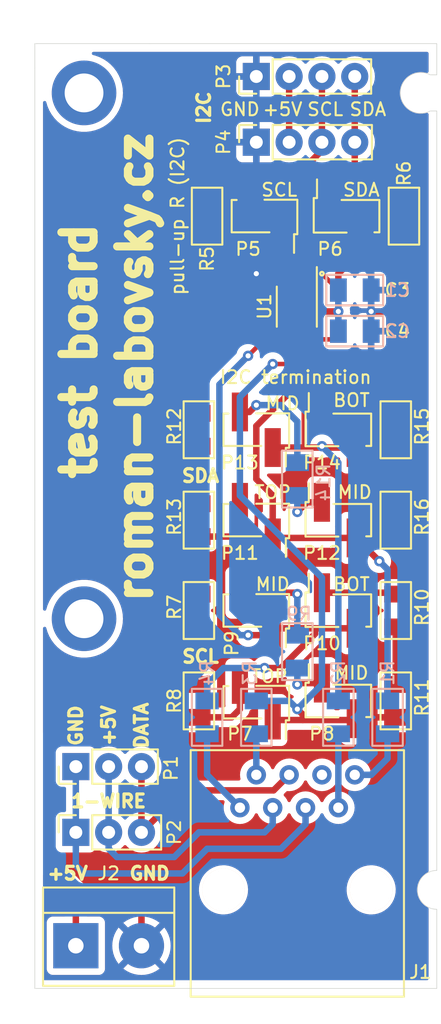
<source format=kicad_pcb>
(kicad_pcb (version 20221018) (generator pcbnew)
  (title_block (title "Testing board") (date "2023-07-27") (rev "v1.0") (company "Roman Labovsky (roman-labovsky.cz)"))
  (layers (0 "F.Cu" signal) (31 "B.Cu" signal) (34 "B.Paste" user) (35 "F.Paste" user) (36 "B.SilkS" user "B.Silkscreen") (37 "F.SilkS" user "F.Silkscreen") (38 "B.Mask" user) (39 "F.Mask" user) (44 "Edge.Cuts" user))
  (net 0 "")
  (net 1 "GND")
  (net 2 "+5V")
  (net 3 "/1WIRE_5V")
  (net 4 "/DSDA_P_CON")
  (net 5 "/DSDA_N_CON")
  (net 6 "/DSCL_P_CON")
  (net 7 "/1WIRE_GND")
  (net 8 "/1WIRE_DATA")
  (net 10 "/DSCL_N_CON")
  (net 11 "/SDA")
  (net 12 "/SCL")
  (net 13 "Net-(P5-Pad2)")
  (net 14 "Net-(P6-Pad2)")
  (net 15 "Net-(P7-Pad2)")
  (net 16 "/DSCL_P")
  (net 17 "Net-(P8-Pad1)")
  (net 18 "Net-(P9-Pad2)")
  (net 19 "/DSCL_N")
  (net 20 "Net-(P10-Pad1)")
  (net 21 "Net-(P11-Pad2)")
  (net 22 "Net-(P12-Pad1)")
  (net 23 "Net-(P13-Pad2)")
  (net 24 "Net-(P14-Pad1)")
  (net 25 "/DSDA_P")
  (net 26 "/DSDA_N")
  (net 27 "Net-(R7-Pad2)")
  (net 28 "Net-(R10-Pad2)")
  (net 29 "Net-(R12-Pad2)")
  (net 30 "Net-(R15-Pad2)")
  (footprint "capacitor_smd_rl:c_1206" (layer "F.Cu") (at 139.7 80.645)
    (fp_text reference "C3" (at 3.302 0) (layer "F.SilkS") (effects (font (thickness 0.16))))
    (fp_text value "1uF")
    (pad "1" smd trapezoid (at -1.27 0) (size 1.3 1.8) (layers "F.Cu" "F.Paste" "F.Mask") (net 2 "+5V"))
    (pad "2" smd trapezoid (at 1.27 0) (size 1.3 1.8) (layers "F.Cu" "F.Paste" "F.Mask") (net 1 "GND"))
  )
  (footprint "capacitor_smd_rl:c_1206" (layer "F.Cu") (at 139.7 83.82)
    (fp_text reference "C4" (at 3.302 0) (layer "F.SilkS") (effects (font (thickness 0.16))))
    (fp_text value "100nF")
    (pad "1" smd trapezoid (at -1.27 0) (size 1.3 1.8) (layers "F.Cu" "F.Paste" "F.Mask") (net 2 "+5V"))
    (pad "2" smd trapezoid (at 1.27 0) (size 1.3 1.8) (layers "F.Cu" "F.Paste" "F.Mask") (net 1 "GND"))
  )
  (footprint "connector_rl:rj45_54601-908WPLF" (layer "F.Cu") (at 135.255 127)
    (fp_text reference "J1" (at 9.525 6.35) (layer "F.SilkS") (effects (font (thickness 0.16))))
    (fp_text value "54601-908WPLF")
    (pad "" np_thru_hole circle (at -5.716 0) (size 3.3 3.3) (drill 3.3) (layers "*.Cu" "*.SilkS" "*.Mask"))
    (pad "" np_thru_hole circle (at 5.716 0) (size 3.3 3.3) (drill 3.3) (layers "*.Cu" "*.SilkS" "*.Mask"))
    (pad "1" thru_hole circle (at -4.444 -6.35) (size 1.5 1.5) (drill 0.8) (layers "*.Cu" "*.Mask") (net 10 "/DSCL_N_CON"))
    (pad "2" thru_hole circle (at -3.174 -8.89) (size 1.5 1.5) (drill 0.8) (layers "*.Cu" "*.Mask") (net 6 "/DSCL_P_CON"))
    (pad "3" thru_hole circle (at -1.904 -6.35) (size 1.5 1.5) (drill 0.8) (layers "*.Cu" "*.Mask") (net 3 "/1WIRE_5V"))
    (pad "4" thru_hole circle (at -0.634 -8.89) (size 1.5 1.5) (drill 0.8) (layers "*.Cu" "*.Mask") (net 8 "/1WIRE_DATA"))
    (pad "5" thru_hole circle (at 0.636 -6.35) (size 1.5 1.5) (drill 0.8) (layers "*.Cu" "*.Mask") (net 7 "/1WIRE_GND"))
    (pad "6" thru_hole circle (at 1.906 -8.89 180) (size 1.5 1.5) (drill 0.8) (layers "*.Cu" "*.Mask"))
    (pad "7" thru_hole circle (at 3.176 -6.35) (size 1.5 1.5) (drill 0.8) (layers "*.Cu" "*.Mask") (net 5 "/DSDA_N_CON"))
    (pad "8" thru_hole circle (at 4.446 -8.89) (size 1.5 1.5) (drill 0.8) (layers "*.Cu" "*.Mask") (net 4 "/DSDA_P_CON"))
  )
  (footprint "terminal_block_tht_rl:EBBA-02-C-SS-BU" (layer "F.Cu") (at 120.65 131.318)
    (fp_text reference "J2" (at 0 -5.588 180) (layer "F.SilkS") (effects (font (thickness 0.16))))
    (fp_text value "1x2_screw_term_block")
    (pad "1" thru_hole rect (at -2.54 0 180) (size 3.5 3.5) (drill 1.2) (layers "*.Cu" "*.Mask") (net 2 "+5V"))
    (pad "2" thru_hole circle (at 2.54 0 180) (size 3.5 3.5) (drill 1.2) (layers "*.Cu" "*.Mask") (net 1 "GND"))
  )
  (footprint "connector_tht_pinheader_2.54mm_rl:1x3_pinheader_2.54mm_vertical" (layer "F.Cu") (at 118.11 117.475 90)
    (fp_text reference "P1" (at -0.127 7.366 90) (layer "F.SilkS") (effects (font (thickness 0.16))))
    (fp_text value "1x3_pin_header")
    (pad "1" thru_hole rect (at 0 0 90) (size 2.1 2.1) (drill 1) (layers "*.Cu" "*.Mask") (net 7 "/1WIRE_GND"))
    (pad "2" thru_hole oval (at 0 2.54 90) (size 2.1 2.1) (drill 1) (layers "*.Cu" "*.Mask") (net 3 "/1WIRE_5V"))
    (pad "3" thru_hole oval (at 0 5.08 90) (size 2.1 2.1) (drill 1) (layers "*.Cu" "*.Mask") (net 8 "/1WIRE_DATA"))
  )
  (footprint "connector_tht_pinsocket_2.54mm_rl:1x3_pinsocket_2.54mm_vertical_8.4mm" (layer "F.Cu") (at 118.11 122.555 90)
    (fp_text reference "P2" (at 0 7.62 90) (layer "F.SilkS"))
    (fp_text value "1x3_pin_socket")
    (pad "1" thru_hole rect (at 0 0 90) (size 2.1 2.1) (drill 1) (layers "*.Cu" "*.Mask") (net 7 "/1WIRE_GND"))
    (pad "2" thru_hole oval (at 0 2.54 90) (size 2.1 2.1) (drill 1) (layers "*.Cu" "*.Mask") (net 3 "/1WIRE_5V"))
    (pad "3" thru_hole oval (at 0 5.08 90) (size 2.1 2.1) (drill 1) (layers "*.Cu" "*.Mask") (net 8 "/1WIRE_DATA"))
  )
  (footprint "connector_tht_pinheader_2.54mm_rl:1x4_pinheader_2.54mm_vertical" (layer "F.Cu") (at 132.08 64.135 90)
    (fp_text reference "P3" (at 0 -2.54 90) (layer "F.SilkS") (effects (font (thickness 0.16))))
    (fp_text value "1x4_pin_header")
    (pad "1" thru_hole rect (at 0 0 90) (size 2.1 2.1) (drill 1) (layers "*.Cu" "*.Mask") (net 1 "GND"))
    (pad "2" thru_hole oval (at 0 2.54 90) (size 2.1 2.1) (drill 1) (layers "*.Cu" "*.Mask") (net 2 "+5V"))
    (pad "3" thru_hole oval (at 0 5.08 90) (size 2.1 2.1) (drill 1) (layers "*.Cu" "*.Mask") (net 12 "/SCL"))
    (pad "4" thru_hole oval (at 0 7.62 90) (size 2.1 2.1) (drill 1) (layers "*.Cu" "*.Mask") (net 11 "/SDA"))
  )
  (footprint "connector_tht_pinsocket_2.54mm_rl:1x4_pinsocket_2.54mm_vertical_8.4mm" (layer "F.Cu") (at 132.08 69.215 90)
    (fp_text reference "P4" (at 0 -2.54 90) (layer "F.SilkS"))
    (fp_text value "1x4_pin_socket")
    (pad "1" thru_hole rect (at 0 0 90) (size 2.1 2.1) (drill 1) (layers "*.Cu" "*.Mask") (net 1 "GND"))
    (pad "2" thru_hole oval (at 0 2.54 90) (size 2.1 2.1) (drill 1) (layers "*.Cu" "*.Mask") (net 2 "+5V"))
    (pad "3" thru_hole oval (at 0 5.08 90) (size 2.1 2.1) (drill 1) (layers "*.Cu" "*.Mask") (net 12 "/SCL"))
    (pad "4" thru_hole oval (at 0 7.62 90) (size 2.1 2.1) (drill 1) (layers "*.Cu" "*.Mask") (net 11 "/SDA"))
  )
  (footprint "connector_smd_pinheader_2.54mm_rl:1x2_pinheader_2.54mm_vertical" (layer "F.Cu") (at 132.715 74.93 180)
    (fp_text reference "P5" (at 1.27 -2.54) (layer "F.SilkS") (effects (font (thickness 0.16))))
    (fp_text value "1x2_pin_header")
    (pad "1" smd rect (at -1.27 -1.375) (size 1.25 3) (layers "F.Cu" "F.Paste" "F.Mask") (net 12 "/SCL"))
    (pad "2" smd rect (at 1.27 1.375) (size 1.25 3) (layers "F.Cu" "F.Paste" "F.Mask") (net 13 "Net-(P5-Pad2)"))
  )
  (footprint "connector_smd_pinheader_2.54mm_rl:1x2_pinheader_2.54mm_vertical" (layer "F.Cu") (at 139.065 74.93)
    (fp_text reference "P6" (at -1.27 2.54) (layer "F.SilkS") (effects (font (thickness 0.16))))
    (fp_text value "1x2_pin_header")
    (pad "1" smd rect (at -1.27 -1.375 180) (size 1.25 3) (layers "F.Cu" "F.Paste" "F.Mask") (net 11 "/SDA"))
    (pad "2" smd rect (at 1.27 1.375 180) (size 1.25 3) (layers "F.Cu" "F.Paste" "F.Mask") (net 14 "Net-(P6-Pad2)"))
  )
  (footprint "connector_smd_pinheader_2.54mm_rl:1x2_pinheader_2.54mm_vertical" (layer "F.Cu") (at 132.08 112.5 180)
    (fp_text reference "P7" (at 1.27 -2.435) (layer "F.SilkS") (effects (font (thickness 0.16))))
    (fp_text value "1x2_pin_header")
    (pad "1" smd rect (at -1.27 -1.375) (size 1.25 3) (layers "F.Cu" "F.Paste" "F.Mask") (net 16 "/DSCL_P"))
    (pad "2" smd rect (at 1.27 1.375) (size 1.25 3) (layers "F.Cu" "F.Paste" "F.Mask") (net 15 "Net-(P7-Pad2)"))
  )
  (footprint "connector_smd_pinheader_2.54mm_rl:1x2_pinheader_2.54mm_vertical" (layer "F.Cu") (at 138.43 112.395)
    (fp_text reference "P8" (at -1.27 2.54) (layer "F.SilkS") (effects (font (thickness 0.16))))
    (fp_text value "1x2_pin_header")
    (pad "1" smd rect (at -1.27 -1.375 180) (size 1.25 3) (layers "F.Cu" "F.Paste" "F.Mask") (net 17 "Net-(P8-Pad1)"))
    (pad "2" smd rect (at 1.27 1.375 180) (size 1.25 3) (layers "F.Cu" "F.Paste" "F.Mask") (net 16 "/DSCL_P"))
  )
  (footprint "connector_smd_pinheader_2.54mm_rl:1x2_pinheader_2.54mm_vertical" (layer "F.Cu") (at 132.08 105.41 180)
    (fp_text reference "P9" (at 1.905 -2.54 90) (layer "F.SilkS") (effects (font (thickness 0.16))))
    (fp_text value "1x2_pin_header")
    (pad "1" smd rect (at -1.27 -1.375) (size 1.25 3) (layers "F.Cu" "F.Paste" "F.Mask") (net 19 "/DSCL_N"))
    (pad "2" smd rect (at 1.27 1.375) (size 1.25 3) (layers "F.Cu" "F.Paste" "F.Mask") (net 18 "Net-(P9-Pad2)"))
  )
  (footprint "connector_smd_pinheader_2.54mm_rl:1x2_pinheader_2.54mm_vertical" (layer "F.Cu") (at 138.43 105.41)
    (fp_text reference "P10" (at -1.27 2.54) (layer "F.SilkS") (effects (font (thickness 0.16))))
    (fp_text value "1x2_pin_header")
    (pad "1" smd rect (at -1.27 -1.375 180) (size 1.25 3) (layers "F.Cu" "F.Paste" "F.Mask") (net 20 "Net-(P10-Pad1)"))
    (pad "2" smd rect (at 1.27 1.375 180) (size 1.25 3) (layers "F.Cu" "F.Paste" "F.Mask") (net 19 "/DSCL_N"))
  )
  (footprint "connector_smd_pinheader_2.54mm_rl:1x2_pinheader_2.54mm_vertical" (layer "F.Cu") (at 132.08 98.425 180)
    (fp_text reference "P11" (at 1.27 -2.54) (layer "F.SilkS") (effects (font (thickness 0.16))))
    (fp_text value "1x2_pin_header")
    (pad "1" smd rect (at -1.27 -1.375) (size 1.25 3) (layers "F.Cu" "F.Paste" "F.Mask") (net 25 "/DSDA_P"))
    (pad "2" smd rect (at 1.27 1.375) (size 1.25 3) (layers "F.Cu" "F.Paste" "F.Mask") (net 21 "Net-(P11-Pad2)"))
  )
  (footprint "connector_smd_pinheader_2.54mm_rl:1x2_pinheader_2.54mm_vertical" (layer "F.Cu") (at 138.43 98.425)
    (fp_text reference "P12" (at -1.27 2.54) (layer "F.SilkS") (effects (font (thickness 0.16))))
    (fp_text value "1x2_pin_header")
    (pad "1" smd rect (at -1.27 -1.375 180) (size 1.25 3) (layers "F.Cu" "F.Paste" "F.Mask") (net 22 "Net-(P12-Pad1)"))
    (pad "2" smd rect (at 1.27 1.375 180) (size 1.25 3) (layers "F.Cu" "F.Paste" "F.Mask") (net 25 "/DSDA_P"))
  )
  (footprint "connector_smd_pinheader_2.54mm_rl:1x2_pinheader_2.54mm_vertical" (layer "F.Cu") (at 132.08 91.44 180)
    (fp_text reference "P13" (at 1.27 -2.54) (layer "F.SilkS") (effects (font (thickness 0.16))))
    (fp_text value "1x2_pin_header")
    (pad "1" smd rect (at -1.27 -1.375) (size 1.25 3) (layers "F.Cu" "F.Paste" "F.Mask") (net 26 "/DSDA_N"))
    (pad "2" smd rect (at 1.27 1.375) (size 1.25 3) (layers "F.Cu" "F.Paste" "F.Mask") (net 23 "Net-(P13-Pad2)"))
  )
  (footprint "connector_smd_pinheader_2.54mm_rl:1x2_pinheader_2.54mm_vertical" (layer "F.Cu") (at 138.43 91.44)
    (fp_text reference "P14" (at -1.27 2.54) (layer "F.SilkS") (effects (font (thickness 0.16))))
    (fp_text value "1x2_pin_header")
    (pad "1" smd rect (at -1.27 -1.375 180) (size 1.25 3) (layers "F.Cu" "F.Paste" "F.Mask") (net 24 "Net-(P14-Pad1)"))
    (pad "2" smd rect (at 1.27 1.375 180) (size 1.25 3) (layers "F.Cu" "F.Paste" "F.Mask") (net 26 "/DSDA_N"))
  )
  (footprint "resistor_smd_rl:r_1206" (layer "F.Cu") (at 128.27 74.93 90)
    (fp_text reference "R5" (at -3.302 0 90) (layer "F.SilkS") (effects (font (thickness 0.16))))
    (fp_text value "4k7")
    (pad "1" smd trapezoid (at -1.27 0 90) (size 1.3 1.8) (layers "F.Cu" "F.Paste" "F.Mask") (net 2 "+5V"))
    (pad "2" smd trapezoid (at 1.27 0 90) (size 1.3 1.8) (layers "F.Cu" "F.Paste" "F.Mask") (net 13 "Net-(P5-Pad2)"))
  )
  (footprint "resistor_smd_rl:r_1206" (layer "F.Cu") (at 143.51 74.93 90)
    (fp_text reference "R6" (at 3.302 0 90) (layer "F.SilkS") (effects (font (thickness 0.16))))
    (fp_text value "4k7")
    (pad "1" smd trapezoid (at -1.27 0 90) (size 1.3 1.8) (layers "F.Cu" "F.Paste" "F.Mask") (net 2 "+5V"))
    (pad "2" smd trapezoid (at 1.27 0 90) (size 1.3 1.8) (layers "F.Cu" "F.Paste" "F.Mask") (net 14 "Net-(P6-Pad2)"))
  )
  (footprint "resistor_smd_rl:r_1206" (layer "F.Cu") (at 127.635 105.41 -90)
    (fp_text reference "R7" (at -0.254 1.905 90) (layer "F.SilkS") (effects (font (thickness 0.16))))
    (fp_text value "210R")
    (pad "1" smd trapezoid (at -1.27 0 270) (size 1.3 1.8) (layers "F.Cu" "F.Paste" "F.Mask") (net 2 "+5V"))
    (pad "2" smd trapezoid (at 1.27 0 270) (size 1.3 1.8) (layers "F.Cu" "F.Paste" "F.Mask") (net 27 "Net-(R7-Pad2)"))
  )
  (footprint "resistor_smd_rl:r_1206" (layer "F.Cu") (at 127.635 112.395 -90)
    (fp_text reference "R8" (at 0 1.905 90) (layer "F.SilkS") (effects (font (thickness 0.16))))
    (fp_text value "390R")
    (pad "1" smd trapezoid (at -1.27 0 270) (size 1.3 1.8) (layers "F.Cu" "F.Paste" "F.Mask") (net 27 "Net-(R7-Pad2)"))
    (pad "2" smd trapezoid (at 1.27 0 270) (size 1.3 1.8) (layers "F.Cu" "F.Paste" "F.Mask") (net 15 "Net-(P7-Pad2)"))
  )
  (footprint "resistor_smd_rl:r_1206" (layer "F.Cu") (at 142.875 105.41 -90)
    (fp_text reference "R10" (at -0.254 -2.032 90) (layer "F.SilkS") (effects (font (thickness 0.16))))
    (fp_text value "390R")
    (pad "1" smd trapezoid (at -1.27 0 270) (size 1.3 1.8) (layers "F.Cu" "F.Paste" "F.Mask") (net 20 "Net-(P10-Pad1)"))
    (pad "2" smd trapezoid (at 1.27 0 270) (size 1.3 1.8) (layers "F.Cu" "F.Paste" "F.Mask") (net 28 "Net-(R10-Pad2)"))
  )
  (footprint "resistor_smd_rl:r_1206" (layer "F.Cu") (at 142.875 112.395 -90)
    (fp_text reference "R11" (at -0.254 -2.032 90) (layer "F.SilkS") (effects (font (thickness 0.16))))
    (fp_text value "210R")
    (pad "1" smd trapezoid (at -1.27 0 270) (size 1.3 1.8) (layers "F.Cu" "F.Paste" "F.Mask") (net 28 "Net-(R10-Pad2)"))
    (pad "2" smd trapezoid (at 1.27 0 270) (size 1.3 1.8) (layers "F.Cu" "F.Paste" "F.Mask") (net 1 "GND"))
  )
  (footprint "resistor_smd_rl:r_1206" (layer "F.Cu") (at 127.635 91.44 -90)
    (fp_text reference "R12" (at -0.254 1.905 90) (layer "F.SilkS") (effects (font (thickness 0.16))))
    (fp_text value "210R")
    (pad "1" smd trapezoid (at -1.27 0 270) (size 1.3 1.8) (layers "F.Cu" "F.Paste" "F.Mask") (net 2 "+5V"))
    (pad "2" smd trapezoid (at 1.27 0 270) (size 1.3 1.8) (layers "F.Cu" "F.Paste" "F.Mask") (net 29 "Net-(R12-Pad2)"))
  )
  (footprint "resistor_smd_rl:r_1206" (layer "F.Cu") (at 127.635 98.425 -90)
    (fp_text reference "R13" (at -0.254 1.905 90) (layer "F.SilkS") (effects (font (thickness 0.16))))
    (fp_text value "390R")
    (pad "1" smd trapezoid (at -1.27 0 270) (size 1.3 1.8) (layers "F.Cu" "F.Paste" "F.Mask") (net 29 "Net-(R12-Pad2)"))
    (pad "2" smd trapezoid (at 1.27 0 270) (size 1.3 1.8) (layers "F.Cu" "F.Paste" "F.Mask") (net 21 "Net-(P11-Pad2)"))
  )
  (footprint "resistor_smd_rl:r_1206" (layer "F.Cu") (at 142.875 91.44 -90)
    (fp_text reference "R15" (at -0.254 -2.032 90) (layer "F.SilkS") (effects (font (thickness 0.16))))
    (fp_text value "390R")
    (pad "1" smd trapezoid (at -1.27 0 270) (size 1.3 1.8) (layers "F.Cu" "F.Paste" "F.Mask") (net 24 "Net-(P14-Pad1)"))
    (pad "2" smd trapezoid (at 1.27 0 270) (size 1.3 1.8) (layers "F.Cu" "F.Paste" "F.Mask") (net 30 "Net-(R15-Pad2)"))
  )
  (footprint "resistor_smd_rl:r_1206" (layer "F.Cu") (at 142.875 98.425 -90)
    (fp_text reference "R16" (at -0.254 -2.032 90) (layer "F.SilkS") (effects (font (thickness 0.16))))
    (fp_text value "210R")
    (pad "1" smd trapezoid (at -1.27 0 270) (size 1.3 1.8) (layers "F.Cu" "F.Paste" "F.Mask") (net 30 "Net-(R15-Pad2)"))
    (pad "2" smd trapezoid (at 1.27 0 270) (size 1.3 1.8) (layers "F.Cu" "F.Paste" "F.Mask") (net 1 "GND"))
  )
  (footprint "package_tssop_rl:tssop_10" (layer "F.Cu") (at 135.255 81.915 -90)
    (fp_text reference "U1" (at 0 2.54 270) (layer "F.SilkS") (effects (font (thickness 0.16))))
    (fp_text value "PCA9615")
    (pad "1" smd rect (at -2.54 -1 270) (size 1.5 0.35) (layers "F.Cu" "F.Paste" "F.Mask") (net 2 "+5V"))
    (pad "2" smd rect (at -2.54 -0.5 270) (size 1.5 0.35) (layers "F.Cu" "F.Paste" "F.Mask") (net 11 "/SDA"))
    (pad "3" smd rect (at -2.54 0 270) (size 1.5 0.35) (layers "F.Cu" "F.Paste" "F.Mask"))
    (pad "4" smd rect (at -2.54 0.5 270) (size 1.5 0.35) (layers "F.Cu" "F.Paste" "F.Mask") (net 12 "/SCL"))
    (pad "5" smd rect (at -2.54 1 270) (size 1.5 0.35) (layers "F.Cu" "F.Paste" "F.Mask") (net 1 "GND"))
    (pad "6" smd rect (at 2.54 1 270) (size 1.5 0.35) (layers "F.Cu" "F.Paste" "F.Mask") (net 19 "/DSCL_N"))
    (pad "7" smd rect (at 2.54 0.5 270) (size 1.5 0.35) (layers "F.Cu" "F.Paste" "F.Mask") (net 16 "/DSCL_P"))
    (pad "8" smd rect (at 2.54 0 270) (size 1.5 0.35) (layers "F.Cu" "F.Paste" "F.Mask") (net 25 "/DSDA_P"))
    (pad "9" smd rect (at 2.54 -0.5 270) (size 1.5 0.35) (layers "F.Cu" "F.Paste" "F.Mask") (net 26 "/DSDA_N"))
    (pad "10" smd rect (at 2.54 -1 270) (size 1.5 0.35) (layers "F.Cu" "F.Paste" "F.Mask") (net 2 "+5V"))
  )
  (footprint "pad_rl:pad_3x5mm" (layer "F.Cu") (at 118.745 65.405)
    (fp_text reference "~" hide)
    (fp_text value "pad_3x5mm" hide)
    (pad "~" thru_hole circle (at 0 0) (size 5 5) (drill 3) (layers "*.Cu" "*.Mask"))
  )
  (footprint "pad_rl:pad_3x5mm" (layer "F.Cu") (at 118.745 106.045)
    (fp_text reference "~" hide)
    (fp_text value "pad_3x5mm" hide)
    (pad "~" thru_hole circle (at 0 0) (size 5 5) (drill 3) (layers "*.Cu" "*.Mask"))
  )
  (footprint "capacitor_smd_rl:c_1206" (layer "B.Cu") (at 139.7 80.645)
    (fp_text reference "C1" (at 3.302 0) (layer "B.SilkS") (effects (font (thickness 0.16)) (justify mirror)))
    (fp_text value "1uF")
    (pad "1" smd trapezoid (at -1.27 0) (size 1.3 1.8) (layers "B.Cu" "B.Paste" "B.Mask") (net 2 "+5V"))
    (pad "2" smd trapezoid (at 1.27 0) (size 1.3 1.8) (layers "B.Cu" "B.Paste" "B.Mask") (net 1 "GND"))
  )
  (footprint "capacitor_smd_rl:c_1206" (layer "B.Cu") (at 139.7 83.82)
    (fp_text reference "C2" (at 3.302 0) (layer "B.SilkS") (effects (font (thickness 0.16)) (justify mirror)))
    (fp_text value "100nF")
    (pad "1" smd trapezoid (at -1.27 0) (size 1.3 1.8) (layers "B.Cu" "B.Paste" "B.Mask") (net 2 "+5V"))
    (pad "2" smd trapezoid (at 1.27 0) (size 1.3 1.8) (layers "B.Cu" "B.Paste" "B.Mask") (net 1 "GND"))
  )
  (footprint "resistor_smd_rl:r_1206" (layer "B.Cu") (at 142.24 113.665 90)
    (fp_text reference "R1" (at 3.429 0 270) (layer "B.SilkS") (effects (font (thickness 0.16)) (justify mirror)))
    (fp_text value "10R/0.5W")
    (pad "1" smd trapezoid (at -1.27 0 90) (size 1.3 1.8) (layers "B.Cu" "B.Paste" "B.Mask") (net 4 "/DSDA_P_CON"))
    (pad "2" smd trapezoid (at 1.27 0 90) (size 1.3 1.8) (layers "B.Cu" "B.Paste" "B.Mask") (net 25 "/DSDA_P"))
  )
  (footprint "resistor_smd_rl:r_1206" (layer "B.Cu") (at 138.43 113.665 90)
    (fp_text reference "R2" (at 3.429 0 270) (layer "B.SilkS") (effects (font (thickness 0.16)) (justify mirror)))
    (fp_text value "10R/0.5W")
    (pad "1" smd trapezoid (at -1.27 0 90) (size 1.3 1.8) (layers "B.Cu" "B.Paste" "B.Mask") (net 5 "/DSDA_N_CON"))
    (pad "2" smd trapezoid (at 1.27 0 90) (size 1.3 1.8) (layers "B.Cu" "B.Paste" "B.Mask") (net 26 "/DSDA_N"))
  )
  (footprint "resistor_smd_rl:r_1206" (layer "B.Cu") (at 132.08 113.665 90)
    (fp_text reference "R3" (at 3.429 -0.508 270) (layer "B.SilkS") (effects (font (thickness 0.16)) (justify mirror)))
    (fp_text value "10R/0.5W")
    (pad "1" smd trapezoid (at -1.27 0 90) (size 1.3 1.8) (layers "B.Cu" "B.Paste" "B.Mask") (net 6 "/DSCL_P_CON"))
    (pad "2" smd trapezoid (at 1.27 0 90) (size 1.3 1.8) (layers "B.Cu" "B.Paste" "B.Mask") (net 16 "/DSCL_P"))
  )
  (footprint "resistor_smd_rl:r_1206" (layer "B.Cu") (at 128.27 113.665 90)
    (fp_text reference "R4" (at 3.429 0 270) (layer "B.SilkS") (effects (font (thickness 0.16)) (justify mirror)))
    (fp_text value "10R/0.5W")
    (pad "1" smd trapezoid (at -1.27 0 90) (size 1.3 1.8) (layers "B.Cu" "B.Paste" "B.Mask") (net 10 "/DSCL_N_CON"))
    (pad "2" smd trapezoid (at 1.27 0 90) (size 1.3 1.8) (layers "B.Cu" "B.Paste" "B.Mask") (net 19 "/DSCL_N"))
  )
  (footprint "resistor_smd_rl:r_1206" (layer "B.Cu") (at 135.255 108.585 90)
    (fp_text reference "R9" (at 2.921 0.127) (layer "B.SilkS") (effects (font (thickness 0.16)) (justify mirror)))
    (fp_text value "100R/120R")
    (pad "1" smd trapezoid (at -1.27 0 90) (size 1.3 1.8) (layers "B.Cu" "B.Paste" "B.Mask") (net 17 "Net-(P8-Pad1)"))
    (pad "2" smd trapezoid (at 1.27 0 90) (size 1.3 1.8) (layers "B.Cu" "B.Paste" "B.Mask") (net 18 "Net-(P9-Pad2)"))
  )
  (footprint "resistor_smd_rl:r_1206" (layer "B.Cu") (at 135.255 95.25 90)
    (fp_text reference "R14" (at -0.254 2.032 -90) (layer "B.SilkS") (effects (font (thickness 0.16)) (justify mirror)))
    (fp_text value "100R/120R")
    (pad "1" smd trapezoid (at -1.27 0 90) (size 1.3 1.8) (layers "B.Cu" "B.Paste" "B.Mask") (net 22 "Net-(P12-Pad1)"))
    (pad "2" smd trapezoid (at 1.27 0 90) (size 1.3 1.8) (layers "B.Cu" "B.Paste" "B.Mask") (net 23 "Net-(P13-Pad2)"))
  )
  (gr_line (start 114.935 61.595) (end 123.825 61.595) (stroke (width 0.05)) (layer "Edge.Cuts"))
  (gr_arc (start 145.542 66.802) (mid 143.224047 65.405) (end 145.542 64.008) (stroke (width 0.05)) (layer "Edge.Cuts"))
  (gr_line (start 114.935 63.5) (end 114.935 61.595) (stroke (width 0.05)) (layer "Edge.Cuts"))
  (gr_line (start 146.05 64.008) (end 145.542 64.008) (stroke (width 0.05)) (layer "Edge.Cuts"))
  (gr_line (start 114.935 134.62) (end 146.05 134.62) (stroke (width 0.05)) (layer "Edge.Cuts"))
  (gr_line (start 114.935 98.425) (end 114.935 63.5) (stroke (width 0.05)) (layer "Edge.Cuts"))
  (gr_line (start 146.05 61.595) (end 123.825 61.595) (stroke (width 0.05)) (layer "Edge.Cuts"))
  (gr_arc (start 146.05 128.5) (mid 144.55 127) (end 146.05 125.5) (stroke (width 0.05)) (layer "Edge.Cuts"))
  (gr_line (start 146.05 125.5) (end 146.05 66.802) (stroke (width 0.05)) (layer "Edge.Cuts"))
  (gr_line (start 114.935 134.62) (end 114.935 98.425) (stroke (width 0.05)) (layer "Edge.Cuts"))
  (gr_line (start 146.05 61.595) (end 146.05 64.008) (stroke (width 0.05)) (layer "Edge.Cuts"))
  (gr_line (start 146.05 66.802) (end 145.542 66.802) (stroke (width 0.05)) (layer "Edge.Cuts"))
  (gr_line (start 146.05 134.62) (end 146.05 128.5) (stroke (width 0.05)) (layer "Edge.Cuts"))
  (gr_text "test board" (at 118.364 85.344 90) (layer "F.SilkS") (effects (font (size 2.5 2.5) (thickness 0.625))))
  (gr_text "SCL" (at 137.414 66.675) (layer "F.SilkS") (effects (font (size 1 1) (thickness 0.16))))
  (gr_text "+5V" (at 134.112 66.675) (layer "F.SilkS") (effects (font (size 1 1) (thickness 0.16))))
  (gr_text "GND" (at 130.81 66.675) (layer "F.SilkS") (effects (font (size 1 1) (thickness 0.16))))
  (gr_text "GND" (at 118.11 114.3 90) (layer "F.SilkS") (effects (font (size 1 1) (thickness 0.25))))
  (gr_text "+5V" (at 120.65 114.3 90) (layer "F.SilkS") (effects (font (size 1 1) (thickness 0.25))))
  (gr_text "DATA" (at 123.19 114.3 90) (layer "F.SilkS") (effects (font (size 1 1) (thickness 0.25))))
  (gr_text "I2C" (at 128.016 66.548 90) (layer "F.SilkS") (effects (font (size 1 1) (thickness 0.25))))
  (gr_text "1-WIRE" (at 120.65 120.142) (layer "F.SilkS") (effects (font (size 1 1) (thickness 0.25))))
  (gr_text "+5V" (at 117.475 125.73) (layer "F.SilkS") (effects (font (size 1 1) (thickness 0.25))))
  (gr_text "GND" (at 123.825 125.73) (layer "F.SilkS") (effects (font (size 1 1) (thickness 0.25))))
  (gr_text "MID" (at 139.446 110.236) (layer "F.SilkS") (effects (font (size 1 1) (thickness 0.16))))
  (gr_text "MID" (at 133.35 103.378) (layer "F.SilkS") (effects (font (size 1 1) (thickness 0.16))))
  (gr_text "TOP" (at 133.096 110.49) (layer "F.SilkS") (effects (font (size 1 1) (thickness 0.16))))
  (gr_text "MID" (at 139.7 96.266) (layer "F.SilkS") (effects (font (size 1 1) (thickness 0.16))))
  (gr_text "BOT" (at 139.446 89.154) (layer "F.SilkS") (effects (font (size 1 1) (thickness 0.16))))
  (gr_text "MID" (at 134.112 89.408) (layer "F.SilkS") (effects (font (size 1 1) (thickness 0.16))))
  (gr_text "TOP" (at 133.35 96.266) (layer "F.SilkS") (effects (font (size 1 1) (thickness 0.16))))
  (gr_text "SCL" (at 127.762 108.966) (layer "F.SilkS") (effects (font (size 1 1) (thickness 0.25))))
  (gr_text "SDA" (at 127.762 94.996) (layer "F.SilkS") (effects (font (size 1 1) (thickness 0.25))))
  (gr_text "pull-up R (I2C)" (at 125.984 74.93 90) (layer "F.SilkS") (effects (font (size 1 1) (thickness 0.16))))
  (gr_text "SDA" (at 140.208 72.898) (layer "F.SilkS") (effects (font (size 1 1) (thickness 0.16))))
  (gr_text "SCL" (at 133.858 72.898) (layer "F.SilkS") (effects (font (size 1 1) (thickness 0.16))))
  (gr_text "I2C termination" (at 135.128 87.376) (layer "F.SilkS") (effects (font (size 1 1) (thickness 0.16))))
  (gr_text "roman-labovsky.cz" (at 122.682 86.614 90) (layer "F.SilkS") (effects (font (size 2.5 2.5) (thickness 0.625))))
  (gr_text "SDA" (at 140.716 66.675) (layer "F.SilkS") (effects (font (size 1 1) (thickness 0.16))))
  (gr_text "BOT" (at 139.446 103.378) (layer "F.SilkS") (effects (font (size 1 1) (thickness 0.16))))
  (segment (start 144.78 83.185) (end 143.891 82.296) (width 0.5) (layer "F.Cu") (net 1))
  (segment (start 134.255 79.375) (end 132.08 79.375) (width 0.35) (layer "F.Cu") (net 1))
  (segment (start 144.78 113.665) (end 144.78 99.695) (width 0.5) (layer "F.Cu") (net 1))
  (segment (start 123.19 127) (end 127 123.19) (width 0.5) (layer "F.Cu") (net 1))
  (segment (start 140.97 81.915) (end 140.97 83.82) (width 0.5) (layer "F.Cu") (net 1))
  (segment (start 144.78 99.695) (end 144.78 83.185) (width 0.5) (layer "F.Cu") (net 1))
  (segment (start 142.875 113.665) (end 144.78 113.665) (width 0.5) (layer "F.Cu") (net 1))
  (segment (start 140.97 80.645) (end 140.97 81.915) (width 0.5) (layer "F.Cu") (net 1))
  (segment (start 123.19 130.175) (end 123.19 128.905) (width 0.5) (layer "F.Cu") (net 1))
  (segment (start 143.891 82.296) (end 140.97 82.296) (width 0.5) (layer "F.Cu") (net 1))
  (segment (start 140.97 123.19) (end 144.78 119.38) (width 0.5) (layer "F.Cu") (net 1))
  (segment (start 142.875 99.695) (end 144.78 99.695) (width 0.5) (layer "F.Cu") (net 1))
  (segment (start 144.78 119.38) (end 144.78 113.665) (width 0.5) (layer "F.Cu") (net 1))
  (segment (start 123.19 130.175) (end 123.19 127) (width 0.5) (layer "F.Cu") (net 1))
  (segment (start 127 123.19) (end 140.97 123.19) (width 0.5) (layer "F.Cu") (net 1))
  (via (at 140.97 82.296) (size 0.8) (drill 0.4) (layers "F.Cu" "B.Cu") (net 1))
  (via (at 132.08 79.375) (size 0.8) (drill 0.4) (layers "F.Cu" "B.Cu") (net 1))
  (segment (start 140.335 78.74) (end 140.97 79.375) (width 0.5) (layer "B.Cu") (net 1))
  (segment (start 133.096 78.74) (end 140.335 78.74) (width 0.5) (layer "B.Cu") (net 1))
  (segment (start 132.08 64.135) (end 132.08 69.215) (width 0.5) (layer "B.Cu") (net 1))
  (segment (start 140.97 79.375) (end 140.97 80.645) (width 0.5) (layer "B.Cu") (net 1))
  (segment (start 133.096 78.74) (end 132.334 78.74) (width 0.5) (layer "B.Cu") (net 1))
  (segment (start 140.97 83.82) (end 140.97 80.645) (width 0.5) (layer "B.Cu") (net 1))
  (segment (start 132.08 69.215) (end 132.08 78.486) (width 0.5) (layer "B.Cu") (net 1))
  (segment (start 132.715 78.74) (end 133.096 78.74) (width 0.5) (layer "B.Cu") (net 1))
  (segment (start 132.08 78.486) (end 132.08 79.375) (width 0.5) (layer "B.Cu") (net 1))
  (segment (start 124.46 85.725) (end 124.46 82.55) (width 0.5) (layer "F.Cu") (net 2))
  (segment (start 129.159 82.296) (end 124.714 82.296) (width 0.5) (layer "F.Cu") (net 2))
  (segment (start 116.205 116.469998) (end 116.205 115.57) (width 0.5) (layer "F.Cu") (net 2))
  (segment (start 118.11 130.175) (end 118.11 127.635) (width 0.5) (layer "F.Cu") (net 2))
  (segment (start 137.16 79.375) (end 138.43 80.645) (width 0.35) (layer "F.Cu") (net 2))
  (segment (start 124.46 90.17) (end 124.46 85.725) (width 0.5) (layer "F.Cu") (net 2))
  (segment (start 127.635 90.17) (end 124.46 90.17) (width 0.5) (layer "F.Cu") (net 2))
  (segment (start 124.46 81.915) (end 124.46 67.945) (width 0.5) (layer "F.Cu") (net 2))
  (segment (start 134.62 66.675) (end 134.62 69.215) (width 0.5) (layer "F.Cu") (net 2))
  (segment (start 136.255 84.455) (end 137.795 84.455) (width 0.35) (layer "F.Cu") (net 2))
  (segment (start 124.46 82.042) (end 124.46 81.915) (width 0.5) (layer "F.Cu") (net 2))
  (segment (start 128.27 82.296) (end 129.159 82.296) (width 0.5) (layer "F.Cu") (net 2))
  (segment (start 124.46 107.315) (end 124.46 104.14) (width 0.5) (layer "F.Cu") (net 2))
  (segment (start 128.27 76.2) (end 128.27 81.915) (width 0.5) (layer "F.Cu") (net 2))
  (segment (start 124.46 104.14) (end 124.46 90.17) (width 0.5) (layer "F.Cu") (net 2))
  (segment (start 116.205 115.57) (end 124.46 107.315) (width 0.5) (layer "F.Cu") (net 2))
  (segment (start 136.255 79.375) (end 137.16 79.375) (width 0.35) (layer "F.Cu") (net 2))
  (segment (start 118.11 127) (end 116.205 125.095) (width 0.5) (layer "F.Cu") (net 2))
  (segment (start 142.24 78.74) (end 139.065 78.74) (width 0.5) (layer "F.Cu") (net 2))
  (segment (start 139.065 78.74) (end 138.43 79.375) (width 0.5) (layer "F.Cu") (net 2))
  (segment (start 128.27 81.915) (end 128.27 82.296) (width 0.5) (layer "F.Cu") (net 2))
  (segment (start 138.43 79.375) (end 138.43 80.645) (width 0.5) (layer "F.Cu") (net 2))
  (segment (start 124.46 82.55) (end 124.46 82.042) (width 0.5) (layer "F.Cu") (net 2))
  (segment (start 137.795 84.455) (end 138.43 83.82) (width 0.25) (layer "F.Cu") (net 2))
  (segment (start 129.159 82.296) (end 138.43 82.296) (width 0.5) (layer "F.Cu") (net 2))
  (segment (start 125.73 66.675) (end 134.62 66.675) (width 0.5) (layer "F.Cu") (net 2))
  (segment (start 124.46 67.945) (end 125.73 66.675) (width 0.5) (layer "F.Cu") (net 2))
  (segment (start 127.635 104.14) (end 124.46 104.14) (width 0.5) (layer "F.Cu") (net 2))
  (segment (start 138.43 81.915) (end 138.43 83.82) (width 0.5) (layer "F.Cu") (net 2))
  (segment (start 116.205 125.095) (end 116.205 116.469998) (width 0.5) (layer "F.Cu") (net 2))
  (segment (start 124.714 82.296) (end 124.46 82.042) (width 0.5) (layer "F.Cu") (net 2))
  (segment (start 118.11 127.635) (end 118.11 127) (width 0.5) (layer "F.Cu") (net 2))
  (segment (start 143.51 76.2) (end 143.51 77.47) (width 0.5) (layer "F.Cu") (net 2))
  (segment (start 143.51 77.47) (end 142.24 78.74) (width 0.5) (layer "F.Cu") (net 2))
  (segment (start 138.43 80.645) (end 138.43 81.915) (width 0.5) (layer "F.Cu") (net 2))
  (segment (start 134.62 64.135) (end 134.62 66.675) (width 0.5) (layer "F.Cu") (net 2))
  (via (at 138.43 82.296) (size 0.8) (drill 0.4) (layers "F.Cu" "B.Cu") (net 2))
  (segment (start 138.43 83.82) (end 138.43 80.645) (width 0.5) (layer "B.Cu") (net 2))
  (segment (start 125.73 124.46) (end 127.635 122.555) (width 0.5) (layer "B.Cu") (net 3))
  (segment (start 120.65 122.555) (end 120.65 123.825) (width 0.5) (layer "B.Cu") (net 3))
  (segment (start 120.65 123.825) (end 121.285 124.46) (width 0.5) (layer "B.Cu") (net 3))
  (segment (start 132.715 122.555) (end 127.635 122.555) (width 0.5) (layer "B.Cu") (net 3))
  (segment (start 121.285 124.46) (end 125.73 124.46) (width 0.5) (layer "B.Cu") (net 3))
  (segment (start 133.351 121.919) (end 132.715 122.555) (width 0.5) (layer "B.Cu") (net 3))
  (segment (start 133.351 120.65) (end 133.351 121.919) (width 0.5) (layer "B.Cu") (net 3))
  (segment (start 120.65 122.555) (end 120.65 117.475) (width 0.5) (layer "B.Cu") (net 3))
  (segment (start 139.701 118.11) (end 140.97 118.11) (width 0.5) (layer "B.Cu") (net 4))
  (segment (start 140.97 118.11) (end 142.24 116.84) (width 0.5) (layer "B.Cu") (net 4))
  (segment (start 142.24 116.84) (end 142.24 114.935) (width 0.5) (layer "B.Cu") (net 4))
  (segment (start 138.43 120.649) (end 138.431 120.65) (width 0.5) (layer "F.Cu") (net 5))
  (segment (start 138.43 120.649) (end 138.431 120.65) (width 0.5) (layer "B.Cu") (net 5))
  (segment (start 138.43 114.935) (end 138.43 120.649) (width 0.5) (layer "B.Cu") (net 5))
  (segment (start 132.08 118.109) (end 132.081 118.11) (width 0.5) (layer "F.Cu") (net 6))
  (segment (start 132.08 118.109) (end 132.081 118.11) (width 0.5) (layer "B.Cu") (net 6))
  (segment (start 132.08 114.935) (end 132.08 118.109) (width 0.5) (layer "B.Cu") (net 6))
  (segment (start 118.745 125.73) (end 118.11 125.095) (width 0.5) (layer "B.Cu") (net 7))
  (segment (start 135.891 121.919) (end 133.985 123.825) (width 0.5) (layer "B.Cu") (net 7))
  (segment (start 135.891 120.65) (end 135.891 121.919) (width 0.5) (layer "B.Cu") (net 7))
  (segment (start 128.27 123.825) (end 126.365 125.73) (width 0.5) (layer "B.Cu") (net 7))
  (segment (start 118.11 122.555) (end 118.11 117.475) (width 0.5) (layer "B.Cu") (net 7))
  (segment (start 133.985 123.825) (end 128.27 123.825) (width 0.5) (layer "B.Cu") (net 7))
  (segment (start 126.365 125.73) (end 118.745 125.73) (width 0.5) (layer "B.Cu") (net 7))
  (segment (start 118.11 125.095) (end 118.11 122.555) (width 0.5) (layer "B.Cu") (net 7))
  (segment (start 133.420999 119.310001) (end 126.434999 119.310001) (width 0.5) (layer "F.Cu") (net 8))
  (segment (start 126.434999 119.310001) (end 123.19 122.555) (width 0.5) (layer "F.Cu") (net 8))
  (segment (start 134.621 118.11) (end 133.420999 119.310001) (width 0.5) (layer "F.Cu") (net 8))
  (segment (start 123.19 122.555) (end 123.19 117.475) (width 0.5) (layer "F.Cu") (net 8))
  (segment (start 128.27 114.935) (end 128.27 118.109) (width 0.5) (layer "B.Cu") (net 10))
  (segment (start 128.27 118.109) (end 130.811 120.65) (width 0.5) (layer "B.Cu") (net 10))
  (segment (start 137.795 73.555) (end 137.795 73.025) (width 0.5) (layer "F.Cu") (net 11))
  (segment (start 137.795 75.565) (end 137.795 73.555) (width 0.35) (layer "F.Cu") (net 11))
  (segment (start 135.755 79.375) (end 135.755 77.605) (width 0.35) (layer "F.Cu") (net 11))
  (segment (start 139.7 71.12) (end 139.7 69.215) (width 0.5) (layer "F.Cu") (net 11))
  (segment (start 137.795 73.025) (end 139.7 71.12) (width 0.5) (layer "F.Cu") (net 11))
  (segment (start 139.7 69.215) (end 139.7 64.135) (width 0.5) (layer "F.Cu") (net 11))
  (segment (start 135.755 77.605) (end 137.795 75.565) (width 0.35) (layer "F.Cu") (net 11))
  (segment (start 134.755 79.375) (end 134.755 77.075) (width 0.35) (layer "F.Cu") (net 12))
  (segment (start 133.985 76.305) (end 133.985 73.025) (width 0.5) (layer "F.Cu") (net 12))
  (segment (start 137.16 69.85) (end 137.16 69.215) (width 0.5) (layer "F.Cu") (net 12))
  (segment (start 137.16 64.135) (end 137.16 69.215) (width 0.5) (layer "F.Cu") (net 12))
  (segment (start 134.755 77.075) (end 133.985 76.305) (width 0.35) (layer "F.Cu") (net 12))
  (segment (start 133.985 73.025) (end 137.16 69.85) (width 0.5) (layer "F.Cu") (net 12))
  (segment (start 128.375 73.555) (end 128.27 73.66) (width 0.5) (layer "F.Cu") (net 13))
  (segment (start 131.445 73.555) (end 128.375 73.555) (width 0.5) (layer "F.Cu") (net 13))
  (segment (start 140.97 73.66) (end 143.51 73.66) (width 0.5) (layer "F.Cu") (net 14))
  (segment (start 140.335 74.295) (end 140.97 73.66) (width 0.5) (layer "F.Cu") (net 14))
  (segment (start 140.335 76.305) (end 140.335 74.295) (width 0.5) (layer "F.Cu") (net 14))
  (segment (start 130.175 113.665) (end 127.635 113.665) (width 0.5) (layer "F.Cu") (net 15))
  (segment (start 130.81 113.03) (end 130.175 113.665) (width 0.5) (layer "F.Cu") (net 15))
  (segment (start 130.81 111.125) (end 130.81 113.03) (width 0.5) (layer "F.Cu") (net 15))
  (segment (start 135.68 113.875) (end 139.595 113.875) (width 0.5) (layer "F.Cu") (net 16))
  (segment (start 133.35 86.36) (end 134.382 86.36) (width 0.35) (layer "F.Cu") (net 16))
  (segment (start 134.382 86.36) (end 134.755 85.987) (width 0.35) (layer "F.Cu") (net 16))
  (segment (start 135.68 113.455) (end 135.255 113.03) (width 0.5) (layer "F.Cu") (net 16))
  (segment (start 139.595 113.875) (end 139.7 113.77) (width 0.5) (layer "F.Cu") (net 16))
  (segment (start 133.35 113.875) (end 135.68 113.875) (width 0.5) (layer "F.Cu") (net 16))
  (segment (start 134.755 84.455) (end 134.755 85.987) (width 0.35) (layer "F.Cu") (net 16))
  (segment (start 135.68 113.875) (end 135.68 113.455) (width 0.5) (layer "F.Cu") (net 16))
  (via (at 135.255 113.03) (size 0.8) (drill 0.4) (layers "F.Cu" "B.Cu") (net 16))
  (via (at 133.35 86.36) (size 0.8) (drill 0.4) (layers "F.Cu" "B.Cu") (net 16))
  (segment (start 135.255 113.03) (end 137.16 111.125) (width 0.5) (layer "B.Cu") (net 16))
  (segment (start 130.81 88.9) (end 133.35 86.36) (width 0.5) (layer "B.Cu") (net 16))
  (segment (start 130.81 89.916) (end 130.81 88.9) (width 0.5) (layer "B.Cu") (net 16))
  (segment (start 137.16 111.125) (end 137.16 102.87) (width 0.5) (layer "B.Cu") (net 16))
  (segment (start 130.81 89.916) (end 130.81 96.52) (width 0.5) (layer "B.Cu") (net 16))
  (segment (start 134.62 112.395) (end 135.255 113.03) (width 0.5) (layer "B.Cu") (net 16))
  (segment (start 132.08 112.395) (end 134.62 112.395) (width 0.5) (layer "B.Cu") (net 16))
  (segment (start 137.16 102.87) (end 130.81 96.52) (width 0.5) (layer "B.Cu") (net 16))
  (segment (start 135.36 111.02) (end 135.255 111.125) (width 0.5) (layer "F.Cu") (net 17))
  (segment (start 137.16 111.02) (end 135.36 111.02) (width 0.5) (layer "F.Cu") (net 17))
  (via (at 135.255 111.125) (size 0.8) (drill 0.4) (layers "F.Cu" "B.Cu") (net 17))
  (segment (start 135.255 109.855) (end 135.255 111.125) (width 0.5) (layer "B.Cu") (net 17))
  (segment (start 130.81 104.035) (end 135.15 104.035) (width 0.5) (layer "F.Cu") (net 18))
  (segment (start 135.15 104.035) (end 135.255 104.14) (width 0.5) (layer "F.Cu") (net 18))
  (via (at 135.255 104.14) (size 0.8) (drill 0.4) (layers "F.Cu" "B.Cu") (net 18))
  (segment (start 135.255 104.14) (end 135.255 107.315) (width 0.5) (layer "B.Cu") (net 18))
  (segment (start 132.715 109.855) (end 133.985 109.855) (width 0.5) (layer "F.Cu") (net 19))
  (segment (start 131.445 107.315) (end 132.82 107.315) (width 0.5) (layer "F.Cu") (net 19))
  (segment (start 133.35 84.455) (end 132.715 84.455) (width 0.35) (layer "F.Cu") (net 19))
  (segment (start 136.63 106.785) (end 139.7 106.785) (width 0.5) (layer "F.Cu") (net 19))
  (segment (start 132.715 84.455) (end 131.445 85.725) (width 0.35) (layer "F.Cu") (net 19))
  (segment (start 133.985 109.855) (end 136.63 107.21) (width 0.5) (layer "F.Cu") (net 19))
  (segment (start 133.35 106.785) (end 136.63 106.785) (width 0.5) (layer "F.Cu") (net 19))
  (segment (start 132.82 107.315) (end 133.35 106.785) (width 0.5) (layer "F.Cu") (net 19))
  (segment (start 134.255 84.455) (end 133.35 84.455) (width 0.35) (layer "F.Cu") (net 19))
  (segment (start 136.63 107.21) (end 136.63 106.785) (width 0.5) (layer "F.Cu") (net 19))
  (via (at 132.715 109.855) (size 0.8) (drill 0.4) (layers "F.Cu" "B.Cu") (net 19))
  (via (at 131.445 85.725) (size 0.8) (drill 0.4) (layers "F.Cu" "B.Cu") (net 19))
  (via (at 131.445 107.315) (size 0.8) (drill 0.4) (layers "F.Cu" "B.Cu") (net 19))
  (segment (start 129.2225 89.2175) (end 129.2225 87.9475) (width 0.5) (layer "B.Cu") (net 19))
  (segment (start 132.715 109.855) (end 129.54 109.855) (width 0.5) (layer "B.Cu") (net 19))
  (segment (start 129.2225 87.9475) (end 131.445 85.725) (width 0.5) (layer "B.Cu") (net 19))
  (segment (start 129.54 109.855) (end 128.27 111.125) (width 0.5) (layer "B.Cu") (net 19))
  (segment (start 128.27 112.395) (end 128.27 111.125) (width 0.5) (layer "B.Cu") (net 19))
  (segment (start 129.2225 89.2175) (end 129.2225 105.7275) (width 0.5) (layer "B.Cu") (net 19))
  (segment (start 129.2225 105.7275) (end 130.81 107.315) (width 0.5) (layer "B.Cu") (net 19))
  (segment (start 130.81 107.315) (end 131.445 107.315) (width 0.5) (layer "B.Cu") (net 19))
  (segment (start 137.16 104.035) (end 142.77 104.035) (width 0.5) (layer "F.Cu") (net 20))
  (segment (start 142.77 104.035) (end 142.875 104.14) (width 0.5) (layer "F.Cu") (net 20))
  (segment (start 130.175 99.695) (end 130.81 99.06) (width 0.5) (layer "F.Cu") (net 21))
  (segment (start 127.635 99.695) (end 130.175 99.695) (width 0.5) (layer "F.Cu") (net 21))
  (segment (start 130.81 99.06) (end 130.81 97.05) (width 0.5) (layer "F.Cu") (net 21))
  (segment (start 137.16 97.05) (end 135.995 97.05) (width 0.5) (layer "F.Cu") (net 22))
  (segment (start 135.995 97.05) (end 135.255 97.79) (width 0.5) (layer "F.Cu") (net 22))
  (via (at 135.255 97.79) (size 0.8) (drill 0.4) (layers "F.Cu" "B.Cu") (net 22))
  (segment (start 135.255 96.52) (end 135.255 97.79) (width 0.5) (layer "B.Cu") (net 22))
  (segment (start 131.55 90.065) (end 132.08 89.535) (width 0.5) (layer "F.Cu") (net 23))
  (segment (start 130.81 90.065) (end 131.55 90.065) (width 0.5) (layer "F.Cu") (net 23))
  (via (at 132.08 89.535) (size 0.8) (drill 0.4) (layers "F.Cu" "B.Cu") (net 23))
  (segment (start 134.62 90.17) (end 135.255 90.805) (width 0.5) (layer "B.Cu") (net 23))
  (segment (start 135.255 93.98) (end 135.255 90.805) (width 0.5) (layer "B.Cu") (net 23))
  (segment (start 133.985 89.535) (end 134.62 90.17) (width 0.5) (layer "B.Cu") (net 23))
  (segment (start 132.08 89.535) (end 133.985 89.535) (width 0.5) (layer "B.Cu") (net 23))
  (segment (start 142.77 90.065) (end 142.875 90.17) (width 0.5) (layer "F.Cu") (net 24))
  (segment (start 137.16 90.065) (end 142.77 90.065) (width 0.5) (layer "F.Cu") (net 24))
  (segment (start 133.6675 89.562498) (end 135.109999 88.119999) (width 0.5) (layer "F.Cu") (net 25))
  (segment (start 132.08 91.149998) (end 133.6675 89.562498) (width 0.5) (layer "F.Cu") (net 25))
  (segment (start 135.255 87.974998) (end 135.109999 88.119999) (width 0.35) (layer "F.Cu") (net 25))
  (segment (start 139.7 99.8) (end 139.805 99.8) (width 0.5) (layer "F.Cu") (net 25))
  (segment (start 133.35 99.8) (end 139.7 99.8) (width 0.5) (layer "F.Cu") (net 25))
  (segment (start 135.255 86.995) (end 135.255 87.974998) (width 0.35) (layer "F.Cu") (net 25))
  (segment (start 133.35 99.8) (end 133.35 96.52) (width 0.5) (layer "F.Cu") (net 25))
  (segment (start 133.35 96.52) (end 132.08 95.25) (width 0.5) (layer "F.Cu") (net 25))
  (segment (start 139.805 99.8) (end 141.605 101.6) (width 0.5) (layer "F.Cu") (net 25))
  (segment (start 132.08 95.25) (end 132.08 91.149998) (width 0.5) (layer "F.Cu") (net 25))
  (segment (start 135.255 84.455) (end 135.255 86.995) (width 0.35) (layer "F.Cu") (net 25))
  (via (at 141.605 101.6) (size 0.8) (drill 0.4) (layers "F.Cu" "B.Cu") (net 25))
  (segment (start 142.24 112.395) (end 142.24 102.235) (width 0.5) (layer "B.Cu") (net 25))
  (segment (start 142.24 102.235) (end 141.605 101.6) (width 0.5) (layer "B.Cu") (net 25))
  (segment (start 135.755 92.785) (end 135.785 92.815) (width 0.25) (layer "F.Cu") (net 26))
  (segment (start 135.755 84.455) (end 135.755 92.785) (width 0.35) (layer "F.Cu") (net 26))
  (segment (start 133.35 92.815) (end 135.785 92.815) (width 0.5) (layer "F.Cu") (net 26))
  (segment (start 135.785 92.815) (end 139.7 92.815) (width 0.5) (layer "F.Cu") (net 26))
  (via (at 137.16 92.71) (size 0.8) (drill 0.4) (layers "F.Cu" "B.Cu") (net 26))
  (segment (start 138.43 112.395) (end 138.43 93.98) (width 0.5) (layer "B.Cu") (net 26))
  (segment (start 138.43 93.98) (end 137.16 92.71) (width 0.5) (layer "B.Cu") (net 26))
  (segment (start 127.635 111.125) (end 127.635 106.68) (width 0.5) (layer "F.Cu") (net 27))
  (segment (start 142.875 111.125) (end 142.875 106.68) (width 0.5) (layer "F.Cu") (net 28))
  (segment (start 127.635 97.155) (end 127.635 92.71) (width 0.5) (layer "F.Cu") (net 29))
  (segment (start 142.875 97.155) (end 142.875 92.71) (width 0.5) (layer "F.Cu") (net 30))
  (zone (net 1) (net_name "GND") (layer "F.Cu") (connect_pads (clearance 0.508)) (min_thickness 0.254) (fill yes (thermal_gap 0.508) (thermal_bridge_width 0.508))
    (polygon (pts (xy 145.415 133.985) (xy 115.57 133.985) (xy 115.57 62.23) (xy 145.415 62.23)))
  )
  (zone (net 1) (net_name "GND") (layer "B.Cu") (connect_pads (clearance 0.508)) (min_thickness 0.254) (fill yes (thermal_gap 0.508) (thermal_bridge_width 0.508))
    (polygon (pts (xy 145.415 133.985) (xy 115.57 133.985) (xy 115.57 62.23) (xy 145.415 62.23)))
  )
)
</source>
